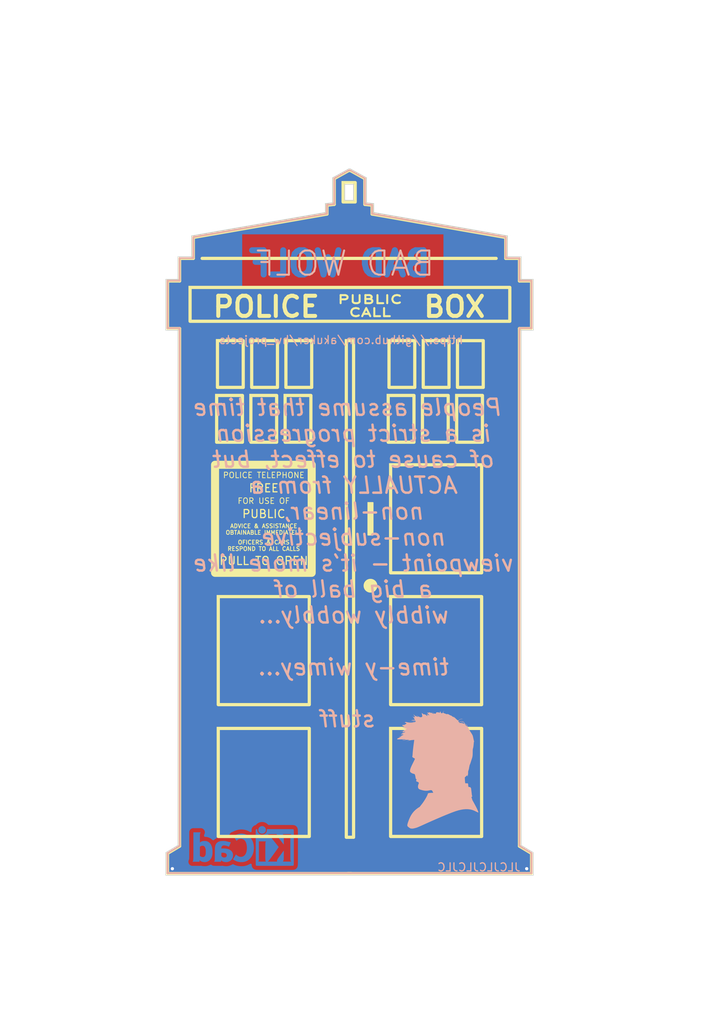
<source format=kicad_pcb>
(kicad_pcb (version 20220621) (generator pcbnew)
  (layers (0 "F.Cu" signal) (31 "B.Cu" signal) (34 "B.Paste" user) (35 "F.Paste" user) (36 "B.SilkS" user "B.Silkscreen") (37 "F.SilkS" user "F.Silkscreen") (38 "B.Mask" user) (39 "F.Mask" user) (44 "Edge.Cuts" user))
  (net 0 "")
  (net 1 "GND")
  (footprint "Symbol:KiCad-Logo_5mm_Copper" (layer "B.Cu") (at 131.8 149.9 180)
    (fp_text reference "REF**" hide)
    (fp_text value "KiCad-Logo_5mm_Copper" hide)
    (fp_poly (pts (xy -2.273043 2.973429) (xy -2.176768 2.949191) (xy -2.090184 2.906359) (xy -2.015373 2.846581) (xy -1.954418 2.771506) (xy -1.909399 2.68278) (xy -1.883136 2.58647) (xy -1.877286 2.489205) (xy -1.89214 2.395346) (xy -1.92584 2.307489) (xy -1.976528 2.22823) (xy -2.042345 2.160164) (xy -2.121434 2.105888) (xy -2.211934 2.067998) (xy -2.2632 2.055574) (xy -2.307698 2.048053) (xy -2.341999 2.045081) (xy -2.37496 2.046906) (xy -2.415434 2.053775) (xy -2.448531 2.06075) (xy -2.541947 2.092259) (xy -2.625619 2.143383) (xy -2.697665 2.212571) (xy -2.7562 2.298272) (xy -2.770148 2.325511) (xy -2.786586 2.361878) (xy -2.796894 2.392418) (xy -2.80246 2.42455) (xy -2.804669 2.465693) (xy -2.804948 2.511778) (xy -2.800861 2.596135) (xy -2.787446 2.665414) (xy -2.762256 2.726039) (xy -2.722846 2.784433) (xy -2.684298 2.828698) (xy -2.612406 2.894516) (xy -2.537313 2.939947) (xy -2.454562 2.96715) (xy -2.376928 2.977424) (xy -2.273043 2.973429)) (stroke (width 0.01)) (fill solid) (layer "B.Cu"))
    (fp_poly (pts (xy 0.328429 2.050929) (xy 0.48857 2.029755) (xy 0.65251 1.989615) (xy 0.822313 1.930111) (xy 1.000043 1.850846) (xy 1.01131 1.845301) (xy 1.069005 1.817275) (xy 1.120552 1.793198) (xy 1.162191 1.774751) (xy 1.190162 1.763614) (xy 1.199733 1.761067) (xy 1.21895 1.756059) (xy 1.223561 1.751853) (xy 1.218458 1.74142) (xy 1.202418 1.715132) (xy 1.177288 1.675743) (xy 1.144914 1.626009) (xy 1.107143 1.568685) (xy 1.065822 1.506524) (xy 1.022798 1.442282) (xy 0.979917 1.378715) (xy 0.939026 1.318575) (xy 0.901971 1.26462) (xy 0.8706 1.219603) (xy 0.846759 1.186279) (xy 0.832294 1.167403) (xy 0.830309 1.165213) (xy 0.820191 1.169862) (xy 0.79785 1.187038) (xy 0.76728 1.21356) (xy 0.751536 1.228036) (xy 0.655047 1.303318) (xy 0.548336 1.358759) (xy 0.432832 1.393859) (xy 0.309962 1.40812) (xy 0.240561 1.406949) (xy 0.119423 1.389788) (xy 0.010205 1.353906) (xy -0.087418 1.299041) (xy -0.173772 1.22493) (xy -0.249185 1.131312) (xy -0.313982 1.017924) (xy -0.351399 0.931333) (xy -0.395252 0.795634) (xy -0.427572 0.64815) (xy -0.448443 0.492686) (xy -0.457949 0.333044) (xy -0.456173 0.173027) (xy -0.443197 0.016439) (xy -0.419106 -0.132918) (xy -0.383982 -0.27124) (xy -0.337908 -0.394724) (xy -0.321627 -0.428978) (xy -0.25338 -0.543064) (xy -0.172921 -0.639557) (xy -0.08143 -0.71767) (xy 0.019911 -0.776617) (xy 0.12992 -0.815612) (xy 0.247415 -0.833868) (xy 0.288883 -0.835211) (xy 0.410441 -0.82429) (xy 0.530878 -0.791474) (xy 0.648666 -0.737439) (xy 0.762277 -0.662865) (xy 0.853685 -0.584539) (xy 0.900215 -0.540008) (xy 1.081483 -0.837271) (xy 1.12658 -0.911433) (xy 1.167819 -0.979646) (xy 1.203735 -1.039459) (xy 1.232866 -1.08842) (xy 1.25375 -1.124079) (xy 1.264924 -1.143984) (xy 1.266375 -1.147079) (xy 1.258146 -1.156718) (xy 1.232567 -1.173999) (xy 1.192873 -1.197283) (xy 1.142297 -1.224934) (xy 1.084074 -1.255315) (xy 1.021437 -1.28679) (xy 0.957621 -1.317722) (xy 0.89586 -1.346473) (xy 0.839388 -1.371408) (xy 0.791438 -1.390889) (xy 0.767986 -1.399318) (xy 0.634221 -1.437133) (xy 0.496327 -1.462136) (xy 0.348622 -1.47514) (xy 0.221833 -1.477468) (xy 0.153878 -1.476373) (xy 0.088277 -1.474275) (xy 0.030847 -1.471434) (xy -0.012597 -1.468106) (xy -0.026702 -1.466422) (xy -0.165716 -1.437587) (xy -0.307243 -1.392468) (xy -0.444725 -1.33375) (xy -0.571606 -1.26412) (xy -0.649111 -1.211441) (xy -0.776519 -1.103239) (xy -0.894822 -0.976671) (xy -1.001828 -0.834866) (xy -1.095348 -0.680951) (xy -1.17319 -0.518053) (xy -1.217044 -0.400756) (xy -1.267292 -0.217128) (xy -1.300791 -0.022581) (xy -1.317551 0.178675) (xy -1.317584 0.382432) (xy -1.300899 0.584479) (xy -1.267507 0.780608) (xy -1.21742 0.966609) (xy -1.213603 0.978197) (xy -1.150719 1.14025) (xy -1.073972 1.288168) (xy -0.980758 1.426135) (xy -0.868473 1.558339) (xy -0.824608 1.603601) (xy -0.688466 1.727543) (xy -0.548509 1.830085) (xy -0.402589 1.912344) (xy -0.248558 1.975436) (xy -0.084268 2.020477) (xy 0.011289 2.037967) (xy 0.170023 2.053534) (xy 0.328429 2.050929)) (stroke (width 0.01)) (fill solid) (layer "B.Cu"))
    (fp_poly (pts (xy 6.186507 0.527755) (xy 6.186526 0.293338) (xy 6.186552 0.080397) (xy 6.186625 -0.112168) (xy 6.186782 -0.285459) (xy 6.187064 -0.440576) (xy 6.187509 -0.57862) (xy 6.188156 -0.700692) (xy 6.189045 -0.807894) (xy 6.190213 -0.901326) (xy 6.191701 -0.98209) (xy 6.193546 -1.051286) (xy 6.195789 -1.110015) (xy 6.198469 -1.159379) (xy 6.201623 -1.200478) (xy 6.205292 -1.234413) (xy 6.209513 -1.262286) (xy 6.214327 -1.285198) (xy 6.219773 -1.304249) (xy 6.225888 -1.32054) (xy 6.232712 -1.335173) (xy 6.240285 -1.349249) (xy 6.248645 -1.363868) (xy 6.253839 -1.372974) (xy 6.288104 -1.433689) (xy 5.429955 -1.433689) (xy 5.429955 -1.337733) (xy 5.429224 -1.29437) (xy 5.427272 -1.261205) (xy 5.424463 -1.243424) (xy 5.423221 -1.241778) (xy 5.411799 -1.248662) (xy 5.389084 -1.266505) (xy 5.366385 -1.285879) (xy 5.3118 -1.326614) (xy 5.242321 -1.367617) (xy 5.16527 -1.405123) (xy 5.087965 -1.435364) (xy 5.057113 -1.445012) (xy 4.988616 -1.459578) (xy 4.905764 -1.469539) (xy 4.816371 -1.474583) (xy 4.728248 -1.474396) (xy 4.649207 -1.468666) (xy 4.611511 -1.462858) (xy 4.473414 -1.424797) (xy 4.346113 -1.367073) (xy 4.230292 -1.290211) (xy 4.126637 -1.194739) (xy 4.035833 -1.081179) (xy 3.969031 -0.970381) (xy 3.914164 -0.853625) (xy 3.872163 -0.734276) (xy 3.842167 -0.608283) (xy 3.823311 -0.471594) (xy 3.814732 -0.320158) (xy 3.814006 -0.242711) (xy 3.8161 -0.185934) (xy 4.645217 -0.185934) (xy 4.645424 -0.279002) (xy 4.648337 -0.366692) (xy 4.654 -0.443772) (xy 4.662455 -0.505009) (xy 4.665038 -0.51735) (xy 4.69684 -0.624633) (xy 4.738498 -0.711658) (xy 4.790363 -0.778642) (xy 4.852781 -0.825805) (xy 4.9261 -0.853365) (xy 5.010669 -0.861541) (xy 5.106835 -0.850551) (xy 5.170311 -0.834829) (xy 5.219454 -0.816639) (xy 5.273583 -0.790791) (xy 5.314244 -0.767089) (xy 5.3848 -0.720721) (xy 5.3848 0.42947) (xy 5.317392 0.473038) (xy 5.238867 0.51396) (xy 5.154681 0.540611) (xy 5.069557 0.552535) (xy 4.988216 0.549278) (xy 4.91538 0.530385) (xy 4.883426 0.514816) (xy 4.825501 0.471819) (xy 4.776544 0.415047) (xy 4.73539 0.342425) (xy 4.700874 0.251879) (xy 4.671833 0.141334) (xy 4.670552 0.135467) (xy 4.660381 0.073212) (xy 4.652739 -0.004594) (xy 4.64767 -0.09272) (xy 4.645217 -0.185934) (xy 3.8161 -0.185934) (xy 3.821857 -0.029895) (xy 3.843802 0.165941) (xy 3.879786 0.344668) (xy 3.929759 0.506155) (xy 3.993668 0.650274) (xy 4.071462 0.776894) (xy 4.163089 0.885885) (xy 4.268497 0.977117) (xy 4.313662 1.008068) (xy 4.414611 1.064215) (xy 4.517901 1.103826) (xy 4.627989 1.127986) (xy 4.74933 1.137781) (xy 4.841836 1.136735) (xy 4.97149 1.125769) (xy 5.084084 1.103954) (xy 5.182875 1.070286) (xy 5.271121 1.023764) (xy 5.319986 0.989552) (xy 5.349353 0.967638) (xy 5.371043 0.952667) (xy 5.379253 0.948267) (xy 5.380868 0.959096) (xy 5.382159 0.989749) (xy 5.383138 1.037474) (xy 5.383817 1.099521) (xy 5.38421 1.173138) (xy 5.38433 1.255573) (xy 5.384188 1.344075) (xy 5.383797 1.435893) (xy 5.383171 1.528276) (xy 5.38232 1.618472) (xy 5.38126 1.703729) (xy 5.380001 1.781297) (xy 5.378556 1.848424) (xy 5.376938 1.902359) (xy 5.375161 1.94035) (xy 5.374669 1.947333) (xy 5.367092 2.017749) (xy 5.355531 2.072898) (xy 5.337792 2.120019) (xy 5.311682 2.166353) (xy 5.305415 2.175933) (xy 5.280983 2.212622) (xy 6.186311 2.212622) (xy 6.186507 0.527755)) (stroke (width 0.01)) (fill solid) (layer "B.Cu"))
    (fp_poly (pts (xy 2.673574 1.133448) (xy 2.825492 1.113433) (xy 2.960756 1.079798) (xy 3.080239 1.032275) (xy 3.184815 0.970595) (xy 3.262424 0.907035) (xy 3.331265 0.832901) (xy 3.385006 0.753129) (xy 3.42791 0.660909) (xy 3.443384 0.617839) (xy 3.456244 0.578858) (xy 3.467446 0.542711) (xy 3.47712 0.507566) (xy 3.485396 0.47159) (xy 3.492403 0.43295) (xy 3.498272 0.389815) (xy 3.503131 0.340351) (xy 3.50711 0.282727) (xy 3.51034 0.215109) (xy 3.512949 0.135666) (xy 3.515067 0.042564) (xy 3.516824 -0.066027) (xy 3.518349 -0.191942) (xy 3.519772 -0.337012) (xy 3.521025 -0.479778) (xy 3.522351 -0.635968) (xy 3.523556 -0.771239) (xy 3.524766 -0.887246) (xy 3.526106 -0.985645) (xy 3.5277 -1.068093) (xy 3.529675 -1.136246) (xy 3.532156 -1.19176) (xy 3.535269 -1.236292) (xy 3.539138 -1.271498) (xy 3.543889 -1.299034) (xy 3.549648 -1.320556) (xy 3.556539 -1.337722) (xy 3.564689 -1.352186) (xy 3.574223 -1.365606) (xy 3.585266 -1.379638) (xy 3.589566 -1.385071) (xy 3.605386 -1.40791) (xy 3.612422 -1.423463) (xy 3.612444 -1.423922) (xy 3.601567 -1.426121) (xy 3.570582 -1.428147) (xy 3.521957 -1.429942) (xy 3.458163 -1.431451) (xy 3.381669 -1.432616) (xy 3.294944 -1.43338) (xy 3.200457 -1.433686) (xy 3.18955 -1.433689) (xy 2.766657 -1.433689) (xy 2.763395 -1.337622) (xy 2.760133 -1.241556) (xy 2.698044 -1.292543) (xy 2.600714 -1.360057) (xy 2.490813 -1.414749) (xy 2.404349 -1.444978) (xy 2.335278 -1.459666) (xy 2.251925 -1.469659) (xy 2.162159 -1.474646) (xy 2.073845 -1.474313) (xy 1.994851 -1.468351) (xy 1.958622 -1.462638) (xy 1.818603 -1.424776) (xy 1.692178 -1.369932) (xy 1.58026 -1.298924) (xy 1.483762 -1.212568) (xy 1.4036 -1.111679) (xy 1.340687 -0.997076) (xy 1.296312 -0.870984) (xy 1.283978 -0.814401) (xy 1.276368 -0.752202) (xy 1.272739 -0.677363) (xy 1.272245 -0.643467) (xy 1.27231 -0.640282) (xy 2.032248 -0.640282) (xy 2.041541 -0.715333) (xy 2.069728 -0.77916) (xy 2.118197 -0.834798) (xy 2.123254 -0.839211) (xy 2.171548 -0.874037) (xy 2.223257 -0.89662) (xy 2.283989 -0.90854) (xy 2.359352 -0.911383) (xy 2.377459 -0.910978) (xy 2.431278 -0.908325) (xy 2.471308 -0.902909) (xy 2.506324 -0.892745) (xy 2.545103 -0.87585) (xy 2.555745 -0.870672) (xy 2.616396 -0.834844) (xy 2.663215 -0.792212) (xy 2.675952 -0.776973) (xy 2.720622 -0.720462) (xy 2.720622 -0.524586) (xy 2.720086 -0.445939) (xy 2.718396 -0.387988) (xy 2.715428 -0.348875) (xy 2.711057 -0.326741) (xy 2.706972 -0.320274) (xy 2.691047 -0.317111) (xy 2.657264 -0.314488) (xy 2.61034 -0.312655) (xy 2.554993 -0.311857) (xy 2.546106 -0.311842) (xy 2.42533 -0.317096) (xy 2.32266 -0.333263) (xy 2.236106 -0.360961) (xy 2.163681 -0.400808) (xy 2.108751 -0.447758) (xy 2.064204 -0.505645) (xy 2.03948 -0.568693) (xy 2.032248 -0.640282) (xy 1.27231 -0.640282) (xy 1.274178 -0.549712) (xy 1.282522 -0.470812) (xy 1.298768 -0.39959) (xy 1.324405 -0.328864) (xy 1.348401 -0.276493) (xy 1.40702 -0.181196) (xy 1.485117 -0.09317) (xy 1.580315 -0.014017) (xy 1.690238 0.05466) (xy 1.81251 0.111259) (xy 1.944755 0.154179) (xy 2.009422 0.169118) (xy 2.145604 0.191223) (xy 2.294049 0.205806) (xy 2.445505 0.212187) (xy 2.572064 0.210555) (xy 2.73395 0.203776) (xy 2.72653 0.262755) (xy 2.707238 0.361908) (xy 2.676104 0.442628) (xy 2.632269 0.505534) (xy 2.574871 0.551244) (xy 2.503048 0.580378) (xy 2.415941 0.593553) (xy 2.312686 0.591389) (xy 2.274711 0.587388) (xy 2.13352 0.56222) (xy 1.996707 0.521186) (xy 1.902178 0.483185) (xy 1.857018 0.46381) (xy 1.818585 0.44824) (xy 1.792234 0.438595) (xy 1.784546 0.436548) (xy 1.774802 0.445626) (xy 1.758083 0.474595) (xy 1.734232 0.523783) (xy 1.703093 0.593516) (xy 1.664507 0.684121) (xy 1.65791 0.699911) (xy 1.627853 0.772228) (xy 1.600874 0.837575) (xy 1.578136 0.893094) (xy 1.560806 0.935928) (xy 1.550048 0.963219) (xy 1.546941 0.972058) (xy 1.55694 0.976813) (xy 1.583217 0.98209) (xy 1.611489 0.985769) (xy 1.641646 0.990526) (xy 1.689433 0.999972) (xy 1.750612 1.01318) (xy 1.820946 1.029224) (xy 1.896194 1.04718) (xy 1.924755 1.054203) (xy 2.029816 1.079791) (xy 2.11748 1.099853) (xy 2.192068 1.115031) (xy 2.257903 1.125965) (xy 2.319307 1.133296) (xy 2.380602 1.137665) (xy 2.44611 1.139713) (xy 2.504128 1.140111) (xy 2.673574 1.133448)) (stroke (width 0.01)) (fill solid) (layer "B.Cu"))
    (fp_poly (pts (xy -2.9464 2.510946) (xy -2.935535 2.397007) (xy -2.903918 2.289384) (xy -2.853015 2.190385) (xy -2.784293 2.102316) (xy -2.699219 2.027484) (xy -2.602232 1.969616) (xy -2.495964 1.929995) (xy -2.38895 1.911427) (xy -2.2833 1.912566) (xy -2.181125 1.93207) (xy -2.084534 1.968594) (xy -1.995638 2.020795) (xy -1.916546 2.087327) (xy -1.849369 2.166848) (xy -1.796217 2.258013) (xy -1.759199 2.359477) (xy -1.740427 2.469898) (xy -1.738489 2.519794) (xy -1.738489 2.607733) (xy -1.68656 2.607733) (xy -1.650253 2.604889) (xy -1.623355 2.593089) (xy -1.596249 2.569351) (xy -1.557867 2.530969) (xy -1.557867 0.339398) (xy -1.557876 0.077261) (xy -1.557908 -0.163241) (xy -1.557972 -0.383048) (xy -1.558076 -0.583101) (xy -1.558227 -0.764344) (xy -1.558434 -0.927716) (xy -1.558706 -1.07416) (xy -1.55905 -1.204617) (xy -1.559474 -1.320029) (xy -1.559987 -1.421338) (xy -1.560597 -1.509484) (xy -1.561312 -1.58541) (xy -1.56214 -1.650057) (xy -1.563089 -1.704367) (xy -1.564167 -1.74928) (xy -1.565383 -1.78574) (xy -1.566745 -1.814687) (xy -1.568261 -1.837063) (xy -1.569938 -1.853809) (xy -1.571786 -1.865868) (xy -1.573813 -1.87418) (xy -1.576025 -1.879687) (xy -1.577108 -1.881537) (xy -1.581271 -1.888549) (xy -1.584805 -1.894996) (xy -1.588635 -1.9009) (xy -1.593682 -1.906286) (xy -1.600871 -1.911178) (xy -1.611123 -1.915598) (xy -1.625364 -1.919572) (xy -1.644514 -1.923121) (xy -1.669499 -1.92627) (xy -1.70124 -1.929042) (xy -1.740662 -1.931461) (xy -1.788686 -1.933551) (xy -1.846237 -1.935335) (xy -1.914237 -1.936837) (xy -1.99361 -1.93808) (xy -2.085279 -1.939089) (xy -2.190166 -1.939885) (xy -2.309196 -1.940494) (xy -2.44329 -1.940939) (xy -2.593373 -1.941243) (xy -2.760367 -1.94143) (xy -2.945196 -1.941524) (xy -3.148783 -1.941548) (xy -3.37205 -1.941525) (xy -3.615922 -1.94148) (xy -3.881321 -1.941437) (xy -3.919704 -1.941432) (xy -4.186682 -1.941389) (xy -4.432002 -1.941318) (xy -4.656583 -1.941213) (xy -4.861345 -1.941066) (xy -5.047206 -1.940869) (xy -5.215088 -1.940616) (xy -5.365908 -1.9403) (xy -5.500587 -1.939913) (xy -5.620044 -1.939447) (xy -5.725199 -1.938897) (xy -5.816971 -1.938253) (xy -5.896279 -1.937511) (xy -5.964043 -1.936661) (xy -6.021182 -1.935697) (xy -6.068617 -1.934611) (xy -6.107266 -1.933397) (xy -6.138049 -1.932047) (xy -6.161885 -1.930555) (xy -6.179694 -1.928911) (xy -6.192395 -1.927111) (xy -6.200908 -1.925145) (xy -6.205266 -1.923477) (xy -6.213728 -1.919906) (xy -6.221497 -1.91727) (xy -6.228602 -1.914634) (xy -6.235073 -1.911062) (xy -6.240939 -1.905621) (xy -6.246229 -1.897375) (xy -6.250974 -1.88539) (xy -6.255202 -1.868731) (xy -6.258943 -1.846463) (xy -6.262227 -1.817652) (xy -6.265083 -1.781363) (xy -6.26754 -1.736661) (xy -6.269629 -1.682611) (xy -6.271378 -1.618279) (xy -6.272817 -1.54273) (xy -6.273976 -1.45503) (xy -6.274883 -1.354243) (xy -6.275569 -1.239434) (xy -6.276063 -1.10967) (xy -6.276395 -0.964015) (xy -6.276593 -0.801535) (xy -6.276687 -0.621295) (xy -6.276708 -0.42236) (xy -6.276685 -0.203796) (xy -6.276646 0.035332) (xy -6.276622 0.29596) (xy -6.276622 0.338111) (xy -6.276636 0.601008) (xy -6.276661 0.842268) (xy -6.276671 1.062835) (xy -6.276642 1.263648) (xy -6.276548 1.445651) (xy -6.276362 1.609784) (xy -6.276059 1.756989) (xy -6.275614 1.888208) (xy -6.275034 1.998133) (xy -5.972197 1.998133) (xy -5.932407 1.940289) (xy -5.921236 1.924521) (xy -5.911166 1.910559) (xy -5.902138 1.897216) (xy -5.894097 1.883307) (xy -5.886986 1.867644) (xy -5.880747 1.849042) (xy -5.875325 1.826314) (xy -5.870662 1.798273) (xy -5.866701 1.763733) (xy -5.863385 1.721508) (xy -5.860659 1.670411) (xy -5.858464 1.609256) (xy -5.856745 1.536856) (xy -5.855444 1.452025) (xy -5.854505 1.353578) (xy -5.85387 1.240326) (xy -5.853484 1.111084) (xy -5.853288 0.964666) (xy -5.853227 0.799884) (xy -5.853243 0.615553) (xy -5.85328 0.410487) (xy -5.853289 0.287867) (xy -5.853265 0.070918) (xy -5.853231 -0.124642) (xy -5.853243 -0.299999) (xy -5.853358 -0.456341) (xy -5.85363 -0.594857) (xy -5.854118 -0.716734) (xy -5.854876 -0.82316) (xy -5.855962 -0.915322) (xy -5.857431 -0.994409) (xy -5.85934 -1.061608) (xy -5.861744 -1.118107) (xy -5.864701 -1.165093) (xy -5.868266 -1.203755) (xy -5.872495 -1.23528) (xy -5.877446 -1.260855) (xy -5.883173 -1.28167) (xy -5.889733 -1.298911) (xy -5.897183 -1.313765) (xy -5.905579 -1.327422) (xy -5.914976 -1.341069) (xy -5.925432 -1.355893) (xy -5.931523 -1.364783) (xy -5.970296 -1.4224) (xy -5.438732 -1.4224) (xy -5.315483 -1.422365) (xy -5.212987 -1.422215) (xy -5.12942 -1.421878) (xy -5.062956 -1.421286) (xy -5.011771 -1.420367) (xy -4.974041 -1.419051) (xy -4.94794 -1.417269) (xy -4.931644 -1.414951) (xy -4.923328 -1.412026) (xy -4.921168 -1.408424) (xy -4.923339 -1.404075) (xy -4.924535 -1.402645) (xy -4.949685 -1.365573) (xy -4.975583 -1.312772) (xy -4.999192 -1.25077) (xy -5.007461 -1.224357) (xy -5.012078 -1.206416) (xy -5.015979 -1.185355) (xy -5.019248 -1.159089) (xy -5.021966 -1.125532) (xy -5.024215 -1.082599) (xy -5.026077 -1.028204) (xy -5.027636 -0.960262) (xy -5.028972 -0.876688) (xy -5.030169 -0.775395) (xy -5.031308 -0.6543) (xy -5.031685 -0.6096) (xy -5.032702 -0.484449) (xy -5.03346 -0.380082) (xy -5.033903 -0.294707) (xy -5.03397 -0.226533) (xy -5.033605 -0.173765) (xy -5.032748 -0.134614) (xy -5.031341 -0.107285) (xy -5.029325 -0.089986) (xy -5.026643 -0.080926) (xy -5.023236 -0.078312) (xy -5.019044 -0.080351) (xy -5.014571 -0.084667) (xy -5.004216 -0.097602) (xy -4.982158 -0.126676) (xy -4.949957 -0.169759) (xy -4.909174 -0.224718) (xy -4.86137 -0.289423) (xy -4.808105 -0.361742) (xy -4.75094 -0.439544) (xy -4.691437 -0.520698) (xy -4.631155 -0.603072) (xy -4.571655 -0.684536) (xy -4.514498 -0.762957) (xy -4.461245 -0.836204) (xy -4.413457 -0.902147) (xy -4.372693 -0.958654) (xy -4.340516 -1.003593) (xy -4.318485 -1.034834) (xy -4.313917 -1.041466) (xy -4.290996 -1.078369) (xy -4.264188 -1.126359) (xy -4.238789 -1.175897) (xy -4.235568 -1.182577) (xy -4.21389 -1.230772) (xy -4.201304 -1.268334) (xy -4.195574 -1.30416) (xy -4.194456 -1.3462) (xy -4.19509 -1.4224) (xy -3.040651 -1.4224) (xy -3.131815 -1.328669) (xy -3.178612 -1.278775) (xy -3.228899 -1.222295) (xy -3.274944 -1.168026) (xy -3.295369 -1.142673) (xy -3.325807 -1.103128) (xy -3.365862 -1.049916) (xy -3.414361 -0.984667) (xy -3.470135 -0.909011) (xy -3.532011 -0.824577) (xy -3.598819 -0.732994) (xy -3.669387 -0.635892) (xy -3.742545 -0.534901) (xy -3.817121 -0.43165) (xy -3.891944 -0.327768) (xy -3.965843 -0.224885) (xy -4.037646 -0.124631) (xy -4.106184 -0.028636) (xy -4.170284 0.061473) (xy -4.228775 0.144064) (xy -4.280486 0.217508) (xy -4.324247 0.280176) (xy -4.358885 0.330439) (xy -4.38323 0.366666) (xy -4.396111 0.387229) (xy -4.397869 0.391332) (xy -4.38991 0.402658) (xy -4.369115 0.429838) (xy -4.336847 0.471171) (xy -4.29447 0.524956) (xy -4.243347 0.589494) (xy -4.184841 0.663082) (xy -4.120314 0.744022) (xy -4.051131 0.830612) (xy -3.978653 0.921152) (xy -3.904246 1.01394) (xy -3.844517 1.088298) (xy -2.833511 1.088298) (xy -2.827602 1.075341) (xy -2.813272 1.053092) (xy -2.812225 1.051609) (xy -2.793438 1.021456) (xy -2.773791 0.984625) (xy -2.769892 0.976489) (xy -2.766356 0.96806) (xy -2.76323 0.957941) (xy -2.760486 0.94474) (xy -2.758092 0.927062) (xy -2.756019 0.903516) (xy -2.754235 0.872707) (xy -2.752712 0.833243) (xy -2.751419 0.783731) (xy -2.750326 0.722777) (xy -2.749403 0.648989) (xy -2.748619 0.560972) (xy -2.747945 0.457335) (xy -2.74735 0.336684) (xy -2.746805 0.197626) (xy -2.746279 0.038768) (xy -2.745745 -0.140089) (xy -2.745206 -0.325207) (xy -2.744772 -0.489145) (xy -2.744509 -0.633303) (xy -2.744484 -0.759079) (xy -2.744765 -0.867871) (xy -2.745419 -0.961077) (xy -2.746514 -1.040097) (xy -2.748118 -1.106328) (xy -2.750297 -1.16117) (xy -2.753119 -1.206021) (xy -2.756651 -1.242278) (xy -2.760961 -1.271341) (xy -2.766117 -1.294609) (xy -2.772185 -1.313479) (xy -2.779233 -1.329351) (xy -2.787329 -1.343622) (xy -2.79654 -1.357691) (xy -2.80504 -1.370158) (xy -2.822176 -1.396452) (xy -2.832322 -1.414037) (xy -2.833511 -1.417257) (xy -2.822604 -1.418334) (xy -2.791411 -1.419335) (xy -2.742223 -1.420235) (xy -2.677333 -1.42101) (xy -2.59903 -1.421637) (xy -2.509607 -1.422091) (xy -2.411356 -1.422349) (xy -2.342445 -1.4224) (xy -2.237452 -1.42218) (xy -2.14061 -1.421548) (xy -2.054107 -1.420549) (xy -1.980132 -1.419227) (xy -1.920874 -1.417626) (xy -1.87852 -1.415791) (xy -1.85526 -1.413765) (xy -1.851378 -1.412493) (xy -1.859076 -1.397591) (xy -1.867074 -1.38956) (xy -1.880246 -1.372434) (xy -1.897485 -1.342183) (xy -1.909407 -1.317622) (xy -1.936045 -1.258711) (xy -1.93912 -0.081845) (xy -1.942195 1.095022) (xy -2.387853 1.095022) (xy -2.48567 1.094858) (xy -2.576064 1.094389) (xy -2.65663 1.093653) (xy -2.724962 1.092684) (xy -2.778656 1.09152) (xy -2.815305 1.090197) (xy -2.832504 1.088751) (xy -2.833511 1.088298) (xy -3.844517 1.088298) (xy -3.82927 1.107278) (xy -3.75509 1.199463) (xy -3.683069 1.288796) (xy -3.614569 1.373576) (xy -3.550955 1.452102) (xy -3.493588 1.522674) (xy -3.443833 1.583591) (xy -3.403052 1.633153) (xy -3.385888 1.653822) (xy -3.299596 1.754484) (xy -3.222997 1.837741) (xy -3.154183 1.905562) (xy -3.091248 1.959911) (xy -3.081867 1.967278) (xy -3.042356 1.997883) (xy -4.174116 1.998133) (xy -4.168827 1.950156) (xy -4.17213 1.892812) (xy -4.193661 1.824537) (xy -4.233635 1.744788) (xy -4.278943 1.672505) (xy -4.295161 1.64986) (xy -4.323214 1.612304) (xy -4.36143 1.561979) (xy -4.408137 1.501027) (xy -4.461661 1.431589) (xy -4.520331 1.355806) (xy -4.582475 1.27582) (xy -4.646421 1.193772) (xy -4.710495 1.111804) (xy -4.773027 1.032057) (xy -4.832343 0.956673) (xy -4.886771 0.887793) (xy -4.934639 0.827558) (xy -4.974275 0.778111) (xy -5.004006 0.741592) (xy -5.022161 0.720142) (xy -5.02522 0.716844) (xy -5.028079 0.724851) (xy -5.030293 0.755145) (xy -5.031857 0.807444) (xy -5.032767 0.881469) (xy -5.03302 0.976937) (xy -5.032613 1.093566) (xy -5.031704 1.213555) (xy -5.030382 1.345667) (xy -5.028857 1.457406) (xy -5.026881 1.550975) (xy -5.024206 1.628581) (xy -5.020582 1.692426) (xy -5.015761 1.744717) (xy -5.009494 1.787656) (xy -5.001532 1.823449) (xy -4.991627 1.8543) (xy -4.979531 1.882414) (xy -4.964993 1.909995) (xy -4.950311 1.935034) (xy -4.912314 1.998133) (xy -5.972197 1.998133) (xy -6.275034 1.998133) (xy -6.275001 2.004383) (xy -6.274195 2.106456) (xy -6.27317 2.195367) (xy -6.2719 2.272059) (xy -6.27036 2.337473) (xy -6.268524 2.392551) (xy -6.266367 2.438235) (xy -6.263863 2.475466) (xy -6.260987 2.505187) (xy -6.257713 2.528338) (xy -6.254015 2.545861) (xy -6.249869 2.558699) (xy -6.245247 2.567792) (xy -6.240126 2.574082) (xy -6.234478 2.578512) (xy -6.228279 2.582022) (xy -6.221504 2.585555) (xy -6.215508 2.589124) (xy -6.210275 2.5917) (xy -6.202099 2.594028) (xy -6.189886 2.596122) (xy -6.172541 2.597993) (xy -6.148969 2.599653) (xy -6.118077 2.601116) (xy -6.078768 2.602392) (xy -6.02995 2.603496) (xy -5.970527 2.604439) (xy -5.899404 2.605233) (xy -5.815488 2.605891) (xy -5.717683 2.606425) (xy -5.604894 2.606847) (xy -5.476029 2.607171) (xy -5.329991 2.607408) (xy -5.165686 2.60757) (xy -4.98202 2.60767) (xy -4.777897 2.60772) (xy -4.566753 2.607733) (xy -2.9464 2.607733) (xy -2.9464 2.510946)) (stroke (width 0.01)) (fill solid) (layer "B.Cu"))
  )
  (footprint "tardis:david_tennant_profile" (layer "B.Cu") (at 155.9 139.9 180)
    (fp_text reference "G***" hide)
    (fp_text value "LOGO" hide)
  )
  (gr_line (start 122.4 150.25) (end 122.4 152.75) (stroke (width 0.25)) (layer "B.SilkS"))
  (gr_line (start 123.9 76.45) (end 123.9 79.25) (stroke (width 0.25)) (layer "B.SilkS"))
  (gr_line (start 144.8 152.75) (end 167.6 152.75) (stroke (width 0.25)) (layer "B.SilkS"))
  (gr_line (start 122.4 152.75) (end 145.2 152.75) (stroke (width 0.25)) (layer "B.SilkS"))
  (gr_line (start 166.1 76.45) (end 164.4 76.45) (stroke (width 0.25)) (layer "B.SilkS"))
  (gr_line (start 142.2 69.85) (end 142.2 70.95) (stroke (width 0.25)) (layer "B.SilkS"))
  (gr_line (start 125.6 73.85) (end 125.6 76.45) (stroke (width 0.25)) (layer "B.SilkS"))
  (gr_line (start 167.6 150.25) (end 166.1 149.35) (stroke (width 0.25)) (layer "B.SilkS"))
  (gr_line (start 167.6 85.15) (end 167.6 79.25) (stroke (width 0.25)) (layer "B.SilkS"))
  (gr_line (start 147.8 69.85) (end 146.9 69.75) (stroke (width 0.25)) (layer "B.SilkS"))
  (gr_line (start 167.6 79.25) (end 166.1 79.25) (stroke (width 0.25)) (layer "B.SilkS"))
  (gr_line (start 122.4 85.15) (end 123.9 85.15) (stroke (width 0.25)) (layer "B.SilkS"))
  (gr_line (start 147.8 70.95) (end 147.8 69.85) (stroke (width 0.25)) (layer "B.SilkS"))
  (gr_line (start 146.9 66.55) (end 145.1 65.55) (stroke (width 0.25)) (layer "B.SilkS"))
  (gr_line (start 123.9 149.35) (end 122.4 150.25) (stroke (width 0.25)) (layer "B.SilkS"))
  (gr_line (start 122.4 79.25) (end 122.4 85.15) (stroke (width 0.25)) (layer "B.SilkS"))
  (gr_line (start 166.1 79.25) (end 166.1 76.45) (stroke (width 0.25)) (layer "B.SilkS"))
  (gr_line (start 123.9 85.15) (end 123.9 149.35) (stroke (width 0.25)) (layer "B.SilkS"))
  (gr_line (start 146.9 69.75) (end 146.9 66.55) (stroke (width 0.25)) (layer "B.SilkS"))
  (gr_line (start 125.6 76.45) (end 123.9 76.45) (stroke (width 0.25)) (layer "B.SilkS"))
  (gr_line (start 164.4 73.85) (end 147.8 70.95) (stroke (width 0.25)) (layer "B.SilkS"))
  (gr_line (start 143.1 69.75) (end 142.2 69.85) (stroke (width 0.25)) (layer "B.SilkS"))
  (gr_line (start 166.1 85.15) (end 167.6 85.15) (stroke (width 0.25)) (layer "B.SilkS"))
  (gr_line (start 144.9 65.55) (end 145.1 65.55) (stroke (width 0.25)) (layer "B.SilkS"))
  (gr_line (start 142.2 70.95) (end 125.6 73.85) (stroke (width 0.25)) (layer "B.SilkS"))
  (gr_line (start 166.1 149.35) (end 166.1 85.15) (stroke (width 0.25)) (layer "B.SilkS"))
  (gr_line (start 144.9 65.55) (end 143.1 66.55) (stroke (width 0.25)) (layer "B.SilkS"))
  (gr_line (start 164.4 76.45) (end 164.4 73.85) (stroke (width 0.25)) (layer "B.SilkS"))
  (gr_line (start 167.6 152.75) (end 167.6 150.25) (stroke (width 0.25)) (layer "B.SilkS"))
  (gr_line (start 123.9 79.25) (end 122.4 79.25) (stroke (width 0.25)) (layer "B.SilkS"))
  (gr_line (start 143.1 66.55) (end 143.1 69.75) (stroke (width 0.25)) (layer "B.SilkS"))
  (gr_line (start 167.6 150.3) (end 166.1 149.4) (stroke (width 0.4)) (layer "F.SilkS"))
  (gr_line (start 122.4 150.3) (end 122.4 152.8) (stroke (width 0.4)) (layer "F.SilkS"))
  (gr_line (start 122.4 152.8) (end 145.2 152.8) (stroke (width 0.4)) (layer "F.SilkS"))
  (gr_line (start 167.6 79.3) (end 166.1 79.3) (stroke (width 0.4)) (layer "F.SilkS"))
  (gr_line (start 143.1 66.6) (end 143.1 69.8) (stroke (width 0.4)) (layer "F.SilkS"))
  (gr_rect (start 128.5 93.5) (end 131.7 99.3) (stroke (width 0.4)) (fill none) (layer "F.SilkS"))
  (gr_rect (start 132.75 93.5) (end 135.95 99.3) (stroke (width 0.4)) (fill none) (layer "F.SilkS"))
  (gr_line (start 123.9 149.4) (end 122.4 150.3) (stroke (width 0.4)) (layer "F.SilkS"))
  (gr_rect (start 147.3 106.8) (end 147.9 110.8) (stroke (width 0.15)) (fill solid) (layer "F.SilkS"))
  (gr_line (start 144.9 65.6) (end 143.1 66.6) (stroke (width 0.4)) (layer "F.SilkS"))
  (gr_line (start 125.6 73.9) (end 125.6 76.5) (stroke (width 0.4)) (layer "F.SilkS"))
  (gr_rect (start 128.7 134.8) (end 140 148.2) (stroke (width 0.4)) (fill none) (layer "F.SilkS"))
  (gr_rect (start 150.1 134.8) (end 161.4 148.2) (stroke (width 0.4)) (fill none) (layer "F.SilkS"))
  (gr_line (start 167.6 85.2) (end 167.6 79.3) (stroke (width 0.4)) (layer "F.SilkS"))
  (gr_line (start 164.4 73.9) (end 147.8 71) (stroke (width 0.4)) (layer "F.SilkS"))
  (gr_line (start 147.8 71) (end 147.8 69.9) (stroke (width 0.4)) (layer "F.SilkS"))
  (gr_line (start 122.4 79.3) (end 122.4 85.2) (stroke (width 0.4)) (layer "F.SilkS"))
  (gr_rect (start 158.3 93.5) (end 161.5 99.3) (stroke (width 0.4)) (fill none) (layer "F.SilkS"))
  (gr_line (start 142.2 71) (end 125.6 73.9) (stroke (width 0.4)) (layer "F.SilkS"))
  (gr_line (start 143.1 69.8) (end 142.2 69.9) (stroke (width 0.4)) (layer "F.SilkS"))
  (gr_rect (start 128.7 118.45) (end 140 131.85) (stroke (width 0.4)) (fill none) (layer "F.SilkS"))
  (gr_line (start 146.9 69.8) (end 146.9 66.6) (stroke (width 0.4)) (layer "F.SilkS"))
  (gr_line (start 166.1 85.2) (end 167.6 85.2) (stroke (width 0.4)) (layer "F.SilkS"))
  (gr_rect (start 128.3 102.1) (end 140.3 115.5) (stroke (width 1)) (fill none) (layer "F.SilkS"))
  (gr_circle (center 147.6 117.1) (end 148.381025 117.1) (stroke (width 0.15)) (fill solid) (layer "F.SilkS"))
  (gr_line (start 144.8 152.8) (end 167.6 152.8) (stroke (width 0.4)) (layer "F.SilkS"))
  (gr_rect (start 144.2 67.1) (end 145.7 69.5) (stroke (width 0.4)) (fill none) (layer "F.SilkS"))
  (gr_line (start 167.6 152.8) (end 167.6 150.3) (stroke (width 0.4)) (layer "F.SilkS"))
  (gr_line (start 123.9 79.3) (end 122.4 79.3) (stroke (width 0.4)) (layer "F.SilkS"))
  (gr_line (start 126.7 76.5) (end 163.2 76.5) (stroke (width 0.4)) (layer "F.SilkS"))
  (gr_rect (start 137.1 86.7) (end 140.3 92.5) (stroke (width 0.4)) (fill none) (layer "F.SilkS"))
  (gr_line (start 166.1 79.3) (end 166.1 76.5) (stroke (width 0.4)) (layer "F.SilkS"))
  (gr_rect (start 132.85 86.7) (end 136.05 92.5) (stroke (width 0.4)) (fill none) (layer "F.SilkS"))
  (gr_rect (start 150.1 102.1) (end 161.4 115.5) (stroke (width 0.4)) (fill none) (layer "F.SilkS"))
  (gr_line (start 166.1 149.4) (end 166.1 85.2) (stroke (width 0.4)) (layer "F.SilkS"))
  (gr_line (start 144.9 65.6) (end 145.1 65.6) (stroke (width 0.4)) (layer "F.SilkS"))
  (gr_rect (start 125.2 80.1) (end 164.9 84.3) (stroke (width 0.4)) (fill none) (layer "F.SilkS"))
  (gr_rect (start 154.05 93.5) (end 157.25 99.3) (stroke (width 0.4)) (fill none) (layer "F.SilkS"))
  (gr_line (start 142.2 69.9) (end 142.2 71) (stroke (width 0.4)) (layer "F.SilkS"))
  (gr_line (start 123.9 85.2) (end 123.9 149.4) (stroke (width 0.4)) (layer "F.SilkS"))
  (gr_line (start 166.1 76.5) (end 164.4 76.5) (stroke (width 0.4)) (layer "F.SilkS"))
  (gr_line (start 164.4 76.5) (end 164.4 73.9) (stroke (width 0.4)) (layer "F.SilkS"))
  (gr_rect (start 149.8 93.5) (end 153 99.3) (stroke (width 0.4)) (fill none) (layer "F.SilkS"))
  (gr_rect (start 128.6 86.7) (end 131.8 92.5) (stroke (width 0.4)) (fill none) (layer "F.SilkS"))
  (gr_line (start 125.6 76.5) (end 123.9 76.5) (stroke (width 0.4)) (layer "F.SilkS"))
  (gr_rect (start 154.15 86.7) (end 157.35 92.5) (stroke (width 0.4)) (fill none) (layer "F.SilkS"))
  (gr_line (start 146.9 66.6) (end 145.1 65.6) (stroke (width 0.4)) (layer "F.SilkS"))
  (gr_rect (start 149.9 86.7) (end 153.1 92.5) (stroke (width 0.4)) (fill none) (layer "F.SilkS"))
  (gr_rect (start 158.4 86.7) (end 161.6 92.5) (stroke (width 0.4)) (fill none) (layer "F.SilkS"))
  (gr_line (start 123.9 76.5) (end 123.9 79.3) (stroke (width 0.4)) (layer "F.SilkS"))
  (gr_rect (start 150.1 118.45) (end 161.4 131.85) (stroke (width 0.4)) (fill none) (layer "F.SilkS"))
  (gr_rect (start 137 93.5) (end 140.2 99.3) (stroke (width 0.4)) (fill none) (layer "F.SilkS"))
  (gr_line (start 122.4 85.2) (end 123.9 85.2) (stroke (width 0.4)) (layer "F.SilkS"))
  (gr_rect (start 144.6 86.7) (end 145.5 148.3) (stroke (width 0.4)) (fill none) (layer "F.SilkS"))
  (gr_line (start 147.8 69.9) (end 146.9 69.8) (stroke (width 0.4)) (layer "F.SilkS"))
  (gr_line (start 144.9 65.4) (end 142.9 66.5) (stroke (width 0.1)) (layer "Edge.Cuts"))
  (gr_line (start 147.1 66.5) (end 145.1 65.4) (stroke (width 0.1)) (layer "Edge.Cuts"))
  (gr_line (start 122.2 79.1) (end 122.2 85.4) (stroke (width 0.1)) (layer "Edge.Cuts"))
  (gr_line (start 123.7 149.3) (end 122.2 150.2) (stroke (width 0.1)) (layer "Edge.Cuts"))
  (gr_line (start 144.4 67.3) (end 145.5 67.3) (stroke (width 0.1)) (layer "Edge.Cuts"))
  (gr_line (start 125.4 73.7) (end 125.4 76.3) (stroke (width 0.1)) (layer "Edge.Cuts"))
  (gr_line (start 148 69.7) (end 147.1 69.6) (stroke (width 0.1)) (layer "Edge.Cuts"))
  (gr_line (start 122.2 85.4) (end 123.7 85.4) (stroke (width 0.1)) (layer "Edge.Cuts"))
  (gr_line (start 167.8 79.1) (end 166.3 79.1) (stroke (width 0.1)) (layer "Edge.Cuts"))
  (gr_line (start 142 70.8) (end 125.4 73.7) (stroke (width 0.1)) (layer "Edge.Cuts"))
  (gr_line (start 142.9 69.6) (end 142 69.7) (stroke (width 0.1)) (layer "Edge.Cuts"))
  (gr_line (start 164.6 76.3) (end 164.6 73.7) (stroke (width 0.1)) (layer "Edge.Cuts"))
  (gr_line (start 142.9 66.5) (end 142.9 69.6) (stroke (width 0.1)) (layer "Edge.Cuts"))
  (gr_line (start 148 70.8) (end 148 69.7) (stroke (width 0.1)) (layer "Edge.Cuts"))
  (gr_line (start 145.1 65.4) (end 144.9 65.4) (stroke (width 0.1)) (layer "Edge.Cuts"))
  (gr_line (start 167.8 85.4) (end 167.8 79.1) (stroke (width 0.1)) (layer "Edge.Cuts"))
  (gr_line (start 166.3 79.1) (end 166.3 76.3) (stroke (width 0.1)) (layer "Edge.Cuts"))
  (gr_line (start 122.2 150.2) (end 122.2 153) (stroke (width 0.1)) (layer "Edge.Cuts"))
  (gr_line (start 144.4 69.3) (end 144.4 67.3) (stroke (width 0.1)) (layer "Edge.Cuts"))
  (gr_line (start 123.7 79.1) (end 122.2 79.1) (stroke (width 0.1)) (layer "Edge.Cuts"))
  (gr_line (start 147.1 69.6) (end 147.1 66.5) (stroke (width 0.1)) (layer "Edge.Cuts"))
  (gr_line (start 166.3 85.4) (end 167.8 85.4) (stroke (width 0.1)) (layer "Edge.Cuts"))
  (gr_line (start 123.7 76.3) (end 123.7 79.1) (stroke (width 0.1)) (layer "Edge.Cuts"))
  (gr_line (start 148 70.8) (end 164.6 73.7) (stroke (width 0.1)) (layer "Edge.Cuts"))
  (gr_line (start 123.7 85.4) (end 123.7 149.3) (stroke (width 0.1)) (layer "Edge.Cuts"))
  (gr_line (start 145.5 69.3) (end 144.4 69.3) (stroke (width 0.1)) (layer "Edge.Cuts"))
  (gr_line (start 125.4 76.3) (end 123.7 76.3) (stroke (width 0.1)) (layer "Edge.Cuts"))
  (gr_line (start 142 69.7) (end 142 70.8) (stroke (width 0.1)) (layer "Edge.Cuts"))
  (gr_line (start 145.5 67.3) (end 145.5 69.3) (stroke (width 0.1)) (layer "Edge.Cuts"))
  (gr_line (start 166.3 76.3) (end 164.6 76.3) (stroke (width 0.1)) (layer "Edge.Cuts"))
  (gr_line (start 167.8 150.2) (end 166.3 149.3) (stroke (width 0.1)) (layer "Edge.Cuts"))
  (gr_line (start 167.8 153) (end 167.8 150.2) (stroke (width 0.1)) (layer "Edge.Cuts"))
  (gr_line (start 166.3 149.3) (end 166.3 85.4) (stroke (width 0.1)) (layer "Edge.Cuts"))
  (gr_line (start 122.2 153) (end 167.8 153) (stroke (width 0.1)) (layer "Edge.Cuts"))
  (gr_text "BAD WOLF" (at 155.4 78.9) (layer "B.Cu") (effects (font (size 3 3) (thickness 0.75) bold) (justify left bottom mirror)))
  (gr_text " People assume that time \nis a strict progression \nof cause to effect, but \nACTUALLY from a \nnon-linear, \nnon-subjective \nviewpoint - it's more like \na big ball of \nwibbly wobbly... \n\ntime-y wimey... \n\nstuff" (at 144.8 134.8) (layer "B.SilkS") (effects (font (size 2 2) (thickness 0.3) italic) (justify bottom mirror)))
  (gr_text "JLCJLCJLCJLC" (at 166.3 152.6) (layer "B.SilkS") (effects (font (size 1 1)) (justify left bottom mirror)))
  (gr_text "https://github.com/akuker/hw_projects" (at 159.2 87.2) (layer "B.SilkS") (effects (font (size 1 1)) (justify left bottom mirror)))
  (gr_text "BAD WOLF" (at 144.4 78.9) (layer "B.SilkS") (effects (font (size 3 3) (thickness 0.25)) (justify bottom mirror)))
  (gr_text "PUBLIC" (at 134.35 108.777498) (layer "F.SilkS") (effects (font (size 1 1)) (justify bottom)))
  (gr_text "BOX" (at 153.95 83.965) (layer "F.SilkS") (effects (font (size 2.5 2.5) (thickness 0.5) bold) (justify left bottom)))
  (gr_text "POLICE" (at 127.777381 83.965) (layer "F.SilkS") (effects (font (size 2.5 2.5) (thickness 0.5) bold) (justify left bottom)))
  (gr_text "FREE" (at 134.35 105.584166) (layer "F.SilkS") (effects (font (size 1 1)) (justify bottom)))
  (gr_text "PULL TO OPEN" (at 134.35 114.6) (layer "F.SilkS") (effects (font (size 1 1)) (justify bottom)))
  (gr_text "POLICE TELEPHONE" (at 134.35 103.8) (layer "F.SilkS") (effects (font (size 0.7 0.7) (thickness 0.1)) (justify bottom)))
  (gr_text "FOR USE OF" (at 134.35 106.993332) (layer "F.SilkS") (effects (font (size 0.7 0.7) (thickness 0.1)) (justify bottom)))
  (gr_text "OFICERS & CARS\nRESPOND TO ALL CALLS" (at 134.35 112.81583) (layer "F.SilkS") (effects (font (size 0.5 0.5) (thickness 0.1)) (justify bottom)))
  (gr_text "PUBLIC\nCALL" (at 147.536309 83.8) (layer "F.SilkS") (effects (font (size 1 1.5) (thickness 0.25) bold) (justify bottom)))
  (gr_text "ADVICE & ASSISTANCE\nOBTAINABLE IMMEDIATELY" (at 134.35 110.796664) (layer "F.SilkS") (effects (font (size 0.5 0.5) (thickness 0.1)) (justify bottom)))
  (via (at 123 152.2) (size 0.8) (drill 0.4) (layers "F.Cu" "B.Cu") (net 1))
  (via (at 167 152.2) (size 0.8) (drill 0.4) (layers "F.Cu" "B.Cu") (net 1))
  (zone (net 1) (net_name "GND") (layers F&B.Cu) (connect_pads (clearance 0.508)) (min_thickness 0.254) (fill yes (thermal_gap 0.508) (thermal_bridge_width 0.508) (island_removal_mode 2) (island_area_min 10))
    (polygon (pts (xy 190.5 171.45) (xy 101.6 171.45) (xy 101.6 44.45) (xy 190.5 44.45)))
  )
)
</source>
